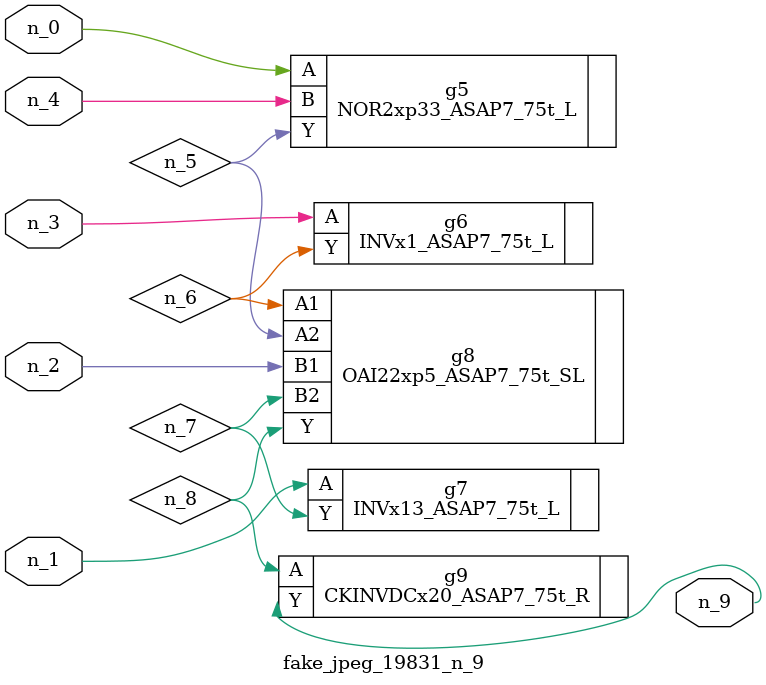
<source format=v>
module fake_jpeg_19831_n_9 (n_3, n_2, n_1, n_0, n_4, n_9);

input n_3;
input n_2;
input n_1;
input n_0;
input n_4;

output n_9;

wire n_8;
wire n_6;
wire n_5;
wire n_7;

NOR2xp33_ASAP7_75t_L g5 ( 
.A(n_0),
.B(n_4),
.Y(n_5)
);

INVx1_ASAP7_75t_L g6 ( 
.A(n_3),
.Y(n_6)
);

INVx13_ASAP7_75t_L g7 ( 
.A(n_1),
.Y(n_7)
);

OAI22xp5_ASAP7_75t_SL g8 ( 
.A1(n_6),
.A2(n_5),
.B1(n_2),
.B2(n_7),
.Y(n_8)
);

CKINVDCx20_ASAP7_75t_R g9 ( 
.A(n_8),
.Y(n_9)
);


endmodule
</source>
